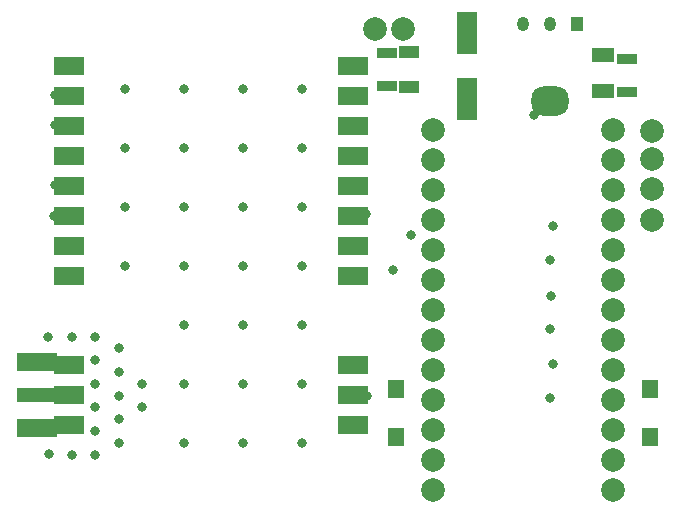
<source format=gbr>
G04*
G04 #@! TF.GenerationSoftware,Altium Limited,Altium Designer,25.5.2 (35)*
G04*
G04 Layer_Color=8388736*
%FSLAX44Y44*%
%MOMM*%
G71*
G04*
G04 #@! TF.SameCoordinates,A7D09D84-BF10-4A22-89B3-4961FFB17041*
G04*
G04*
G04 #@! TF.FilePolarity,Negative*
G04*
G01*
G75*
%ADD20R,1.7000X0.9500*%
%ADD21R,1.8000X1.0000*%
G04:AMPARAMS|DCode=23|XSize=1.2mm|YSize=1mm|CornerRadius=0.5mm|HoleSize=0mm|Usage=FLASHONLY|Rotation=270.000|XOffset=0mm|YOffset=0mm|HoleType=Round|Shape=RoundedRectangle|*
%AMROUNDEDRECTD23*
21,1,1.2000,0.0000,0,0,270.0*
21,1,0.2000,1.0000,0,0,270.0*
1,1,1.0000,0.0000,-0.1000*
1,1,1.0000,0.0000,0.1000*
1,1,1.0000,0.0000,0.1000*
1,1,1.0000,0.0000,-0.1000*
%
%ADD23ROUNDEDRECTD23*%
%ADD24R,3.5000X1.6000*%
%ADD26R,1.0000X1.2000*%
G04:AMPARAMS|DCode=27|XSize=2.5mm|YSize=3.1821mm|CornerRadius=1.0875mm|HoleSize=0mm|Usage=FLASHONLY|Rotation=270.000|XOffset=0mm|YOffset=0mm|HoleType=Round|Shape=RoundedRectangle|*
%AMROUNDEDRECTD27*
21,1,2.5000,1.0071,0,0,270.0*
21,1,0.3250,3.1821,0,0,270.0*
1,1,2.1750,-0.5036,-0.1625*
1,1,2.1750,-0.5036,0.1625*
1,1,2.1750,0.5036,0.1625*
1,1,2.1750,0.5036,-0.1625*
%
%ADD27ROUNDEDRECTD27*%
%ADD28R,3.5000X1.2000*%
%ADD29R,2.6016X1.6016*%
%ADD30R,1.7000X3.6000*%
%ADD31R,1.4599X1.6301*%
%ADD32R,1.9000X1.2500*%
%ADD33C,2.0000*%
%ADD34C,0.8000*%
D20*
X297180Y351760D02*
D03*
Y379760D02*
D03*
X500000Y375000D02*
D03*
Y347000D02*
D03*
D21*
X315920Y351000D02*
D03*
Y381000D02*
D03*
D23*
X412100Y404950D02*
D03*
X435000D02*
D03*
D24*
X600Y118124D02*
D03*
Y62724D02*
D03*
D26*
X457900Y404950D02*
D03*
D27*
X435000Y339050D02*
D03*
D28*
X600Y90424D02*
D03*
D29*
X28082Y191670D02*
D03*
X268081Y242470D02*
D03*
X28082Y217070D02*
D03*
Y318670D02*
D03*
X268081D02*
D03*
Y344070D02*
D03*
X28082Y293270D02*
D03*
Y267870D02*
D03*
X268081Y64870D02*
D03*
Y90270D02*
D03*
Y115670D02*
D03*
Y191670D02*
D03*
Y217070D02*
D03*
Y369470D02*
D03*
X28082D02*
D03*
Y115670D02*
D03*
Y64870D02*
D03*
Y344070D02*
D03*
X268081Y267870D02*
D03*
Y293270D02*
D03*
X28082Y242470D02*
D03*
Y90270D02*
D03*
D30*
X365000Y341000D02*
D03*
Y397000D02*
D03*
D31*
X305000Y55300D02*
D03*
X519536Y55048D02*
D03*
Y95748D02*
D03*
X305000Y96000D02*
D03*
D32*
X480000Y378000D02*
D03*
Y348000D02*
D03*
D33*
X336280Y238760D02*
D03*
X488680Y137160D02*
D03*
X336280Y264160D02*
D03*
Y162560D02*
D03*
X311000Y400000D02*
D03*
X336280Y314960D02*
D03*
Y187960D02*
D03*
Y60960D02*
D03*
X488647Y10160D02*
D03*
X521000Y314000D02*
D03*
X488680Y86360D02*
D03*
Y111760D02*
D03*
X287000Y400000D02*
D03*
X336280Y289560D02*
D03*
Y213360D02*
D03*
Y35560D02*
D03*
Y10160D02*
D03*
Y137160D02*
D03*
X488680Y264160D02*
D03*
Y238760D02*
D03*
Y213360D02*
D03*
Y35560D02*
D03*
X336280Y86360D02*
D03*
X488680Y187960D02*
D03*
Y60960D02*
D03*
X336280Y111760D02*
D03*
X488680Y162560D02*
D03*
X521016Y290378D02*
D03*
Y264724D02*
D03*
Y239070D02*
D03*
X488680Y314960D02*
D03*
Y289560D02*
D03*
D34*
X280000Y90000D02*
D03*
X225000Y300000D02*
D03*
Y50000D02*
D03*
X175000D02*
D03*
X125000D02*
D03*
X75000Y300000D02*
D03*
X125000D02*
D03*
X175000D02*
D03*
X75000Y200000D02*
D03*
X125000D02*
D03*
X175000D02*
D03*
X225000D02*
D03*
X125000Y250000D02*
D03*
X279400Y243840D02*
D03*
X15985Y318874D02*
D03*
X16256Y268478D02*
D03*
X175000Y150000D02*
D03*
Y350000D02*
D03*
X125000D02*
D03*
X75000D02*
D03*
X175000Y250000D02*
D03*
X75000D02*
D03*
X30000Y40000D02*
D03*
X10000Y140000D02*
D03*
X30000D02*
D03*
X90000Y100000D02*
D03*
Y80000D02*
D03*
X70000Y50000D02*
D03*
Y70000D02*
D03*
Y90000D02*
D03*
Y130000D02*
D03*
Y110000D02*
D03*
X50000Y140000D02*
D03*
Y120000D02*
D03*
Y100000D02*
D03*
Y80000D02*
D03*
Y60000D02*
D03*
Y40000D02*
D03*
X317000Y226000D02*
D03*
X435210Y146000D02*
D03*
Y88000D02*
D03*
X11000Y41000D02*
D03*
X435210Y205000D02*
D03*
X125000Y100000D02*
D03*
X225000Y350000D02*
D03*
Y250000D02*
D03*
X175000Y100000D02*
D03*
X225000D02*
D03*
X125000Y150000D02*
D03*
X225000D02*
D03*
X16002Y344170D02*
D03*
X302006Y196596D02*
D03*
X15494Y242316D02*
D03*
X421640Y327660D02*
D03*
X437417Y234000D02*
D03*
X437210Y117000D02*
D03*
X436210Y174000D02*
D03*
M02*

</source>
